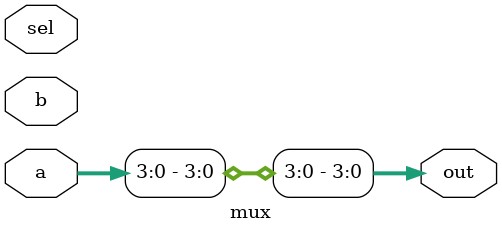
<source format=v>
module mux( 
input [4:0] a, b,
input sel,
output [4:0] out );
// When sel=0, assign a to out. 
// When sel=1, assign b to out. 
// When sel=2, assign nothing to out.

always @(*)
  begin
    out[0] = a[0];
    out[1] = a[1];
    out[2] = a[2];
    out[3] = a[3];
  end

endmodule

</source>
